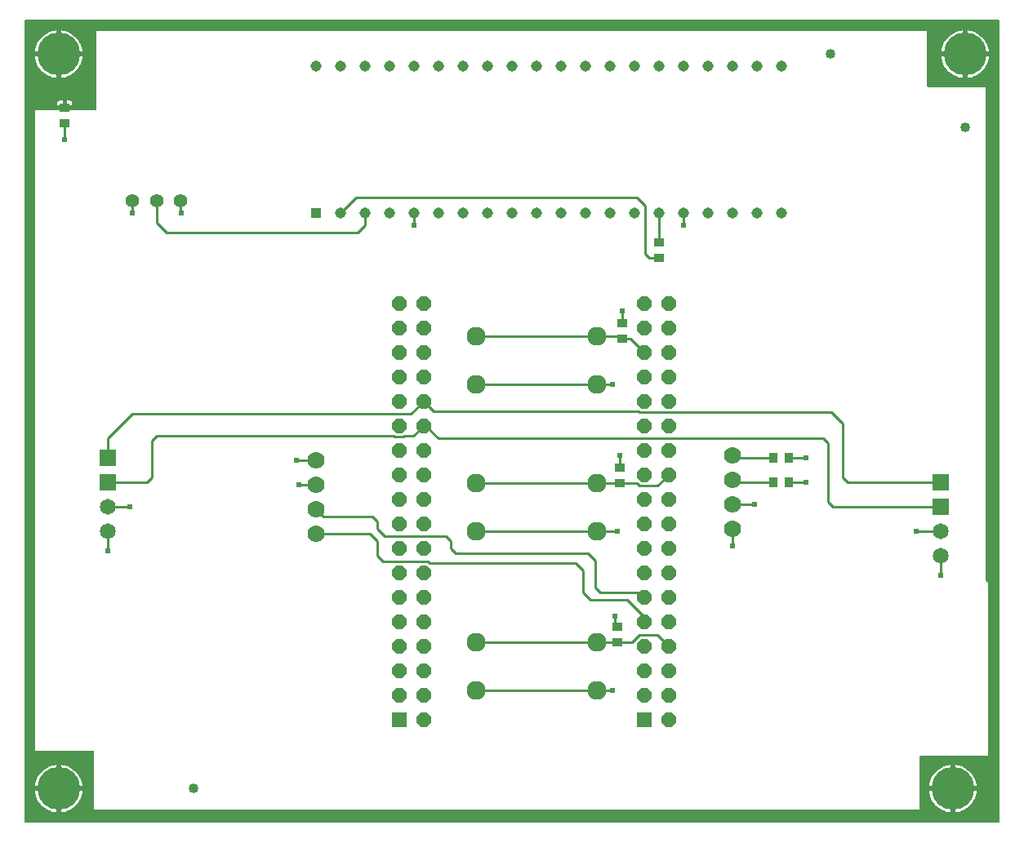
<source format=gbr>
G04 EAGLE Gerber RS-274X export*
G75*
%MOMM*%
%FSLAX34Y34*%
%LPD*%
%INTop Copper*%
%IPPOS*%
%AMOC8*
5,1,8,0,0,1.08239X$1,22.5*%
G01*
%ADD10R,1.524000X1.524000*%
%ADD11P,1.649562X8X112.500000*%
%ADD12C,1.778000*%
%ADD13R,1.140000X1.140000*%
%ADD14C,1.140000*%
%ADD15C,1.960000*%
%ADD16C,1.400000*%
%ADD17R,1.031241X0.949959*%
%ADD18R,0.949959X1.031241*%
%ADD19R,1.651000X1.651000*%
%ADD20C,1.651000*%
%ADD21C,1.016000*%
%ADD22C,4.445000*%
%ADD23C,0.254000*%
%ADD24C,0.609600*%

G36*
X1013444Y834508D02*
X1013444Y834508D01*
X1013437Y834627D01*
X1013424Y834665D01*
X1013419Y834706D01*
X1013376Y834816D01*
X1013339Y834929D01*
X1013317Y834964D01*
X1013302Y835001D01*
X1013233Y835097D01*
X1013169Y835198D01*
X1013139Y835226D01*
X1013116Y835259D01*
X1013024Y835335D01*
X1012937Y835416D01*
X1012902Y835436D01*
X1012871Y835461D01*
X1012763Y835512D01*
X1012659Y835570D01*
X1012619Y835580D01*
X1012583Y835597D01*
X1012466Y835619D01*
X1012351Y835649D01*
X1012291Y835653D01*
X1012271Y835657D01*
X1012250Y835655D01*
X1012190Y835659D01*
X3810Y835659D01*
X3692Y835644D01*
X3573Y835637D01*
X3535Y835624D01*
X3494Y835619D01*
X3384Y835576D01*
X3271Y835539D01*
X3236Y835517D01*
X3199Y835502D01*
X3103Y835433D01*
X3002Y835369D01*
X2974Y835339D01*
X2941Y835316D01*
X2865Y835224D01*
X2784Y835137D01*
X2764Y835102D01*
X2739Y835071D01*
X2688Y834963D01*
X2630Y834859D01*
X2620Y834819D01*
X2603Y834783D01*
X2581Y834666D01*
X2551Y834551D01*
X2547Y834491D01*
X2543Y834471D01*
X2545Y834450D01*
X2541Y834390D01*
X2541Y3810D01*
X2556Y3692D01*
X2563Y3573D01*
X2576Y3535D01*
X2581Y3494D01*
X2624Y3384D01*
X2661Y3271D01*
X2683Y3236D01*
X2698Y3199D01*
X2767Y3103D01*
X2831Y3002D01*
X2861Y2974D01*
X2884Y2941D01*
X2976Y2865D01*
X3063Y2784D01*
X3098Y2764D01*
X3129Y2739D01*
X3237Y2688D01*
X3341Y2630D01*
X3381Y2620D01*
X3417Y2603D01*
X3534Y2581D01*
X3649Y2551D01*
X3709Y2547D01*
X3729Y2543D01*
X3750Y2545D01*
X3810Y2541D01*
X1012190Y2541D01*
X1012308Y2556D01*
X1012427Y2563D01*
X1012465Y2576D01*
X1012506Y2581D01*
X1012616Y2624D01*
X1012729Y2661D01*
X1012764Y2683D01*
X1012801Y2698D01*
X1012897Y2767D01*
X1012998Y2831D01*
X1013026Y2861D01*
X1013059Y2884D01*
X1013135Y2976D01*
X1013216Y3063D01*
X1013236Y3098D01*
X1013261Y3129D01*
X1013312Y3237D01*
X1013370Y3341D01*
X1013380Y3381D01*
X1013397Y3417D01*
X1013419Y3534D01*
X1013449Y3649D01*
X1013453Y3709D01*
X1013457Y3729D01*
X1013455Y3750D01*
X1013459Y3810D01*
X1013459Y834390D01*
X1013444Y834508D01*
G37*
%LPC*%
G36*
X35484Y741681D02*
X35484Y741681D01*
X35602Y741696D01*
X35721Y741703D01*
X35759Y741716D01*
X35799Y741721D01*
X35910Y741764D01*
X36023Y741801D01*
X36057Y741823D01*
X36095Y741838D01*
X36191Y741908D01*
X36292Y741971D01*
X36320Y742001D01*
X36352Y742024D01*
X36428Y742116D01*
X36510Y742203D01*
X36523Y742227D01*
X43345Y742227D01*
X43463Y742242D01*
X43582Y742249D01*
X43620Y742262D01*
X43660Y742267D01*
X43771Y742311D01*
X43884Y742347D01*
X43919Y742369D01*
X43956Y742384D01*
X44052Y742454D01*
X44153Y742517D01*
X44181Y742547D01*
X44213Y742571D01*
X44289Y742662D01*
X44371Y742749D01*
X44390Y742784D01*
X44416Y742816D01*
X44446Y742880D01*
X44513Y742789D01*
X44576Y742688D01*
X44606Y742660D01*
X44630Y742628D01*
X44721Y742552D01*
X44808Y742470D01*
X44843Y742451D01*
X44875Y742425D01*
X44982Y742374D01*
X45086Y742317D01*
X45126Y742306D01*
X45162Y742289D01*
X45279Y742267D01*
X45394Y742237D01*
X45455Y742233D01*
X45475Y742229D01*
X45495Y742231D01*
X45555Y742227D01*
X52384Y742227D01*
X52437Y742142D01*
X52467Y742114D01*
X52491Y742081D01*
X52582Y742006D01*
X52669Y741924D01*
X52704Y741904D01*
X52736Y741879D01*
X52843Y741828D01*
X52948Y741770D01*
X52987Y741760D01*
X53023Y741743D01*
X53140Y741721D01*
X53255Y741691D01*
X53316Y741687D01*
X53336Y741683D01*
X53356Y741685D01*
X53416Y741681D01*
X76200Y741681D01*
X76318Y741696D01*
X76437Y741703D01*
X76475Y741716D01*
X76516Y741721D01*
X76626Y741764D01*
X76739Y741801D01*
X76774Y741823D01*
X76811Y741838D01*
X76907Y741908D01*
X77008Y741971D01*
X77036Y742001D01*
X77069Y742024D01*
X77145Y742116D01*
X77226Y742203D01*
X77246Y742238D01*
X77271Y742269D01*
X77322Y742377D01*
X77380Y742481D01*
X77390Y742521D01*
X77407Y742557D01*
X77429Y742674D01*
X77459Y742789D01*
X77463Y742850D01*
X77467Y742870D01*
X77465Y742890D01*
X77469Y742950D01*
X77469Y824231D01*
X938531Y824231D01*
X938531Y767080D01*
X938546Y766962D01*
X938553Y766843D01*
X938566Y766805D01*
X938571Y766764D01*
X938614Y766654D01*
X938651Y766541D01*
X938673Y766506D01*
X938688Y766469D01*
X938758Y766373D01*
X938821Y766272D01*
X938851Y766244D01*
X938874Y766211D01*
X938966Y766136D01*
X939053Y766054D01*
X939088Y766034D01*
X939119Y766009D01*
X939227Y765958D01*
X939331Y765900D01*
X939371Y765890D01*
X939407Y765873D01*
X939524Y765851D01*
X939639Y765821D01*
X939700Y765817D01*
X939720Y765813D01*
X939740Y765815D01*
X939800Y765811D01*
X999491Y765811D01*
X999491Y254000D01*
X999503Y253902D01*
X999506Y253803D01*
X999514Y253777D01*
X999515Y253762D01*
X999525Y253730D01*
X999531Y253684D01*
X999567Y253592D01*
X999595Y253497D01*
X999607Y253476D01*
X999613Y253459D01*
X999632Y253429D01*
X999648Y253389D01*
X999706Y253309D01*
X999756Y253223D01*
X999777Y253200D01*
X999783Y253190D01*
X999797Y253177D01*
X999822Y253148D01*
X999834Y253131D01*
X999844Y253124D01*
X999863Y253103D01*
X1002031Y250934D01*
X1002031Y72389D01*
X932180Y72389D01*
X932062Y72374D01*
X931943Y72367D01*
X931905Y72354D01*
X931864Y72349D01*
X931754Y72306D01*
X931641Y72269D01*
X931606Y72247D01*
X931569Y72232D01*
X931473Y72163D01*
X931372Y72099D01*
X931344Y72069D01*
X931311Y72046D01*
X931236Y71954D01*
X931154Y71867D01*
X931134Y71832D01*
X931109Y71801D01*
X931058Y71693D01*
X931000Y71589D01*
X930990Y71549D01*
X930973Y71513D01*
X930951Y71396D01*
X930921Y71281D01*
X930917Y71221D01*
X930913Y71201D01*
X930915Y71180D01*
X930913Y71161D01*
X930911Y71120D01*
X930911Y16509D01*
X74929Y16509D01*
X74929Y76200D01*
X74914Y76318D01*
X74907Y76437D01*
X74894Y76475D01*
X74889Y76516D01*
X74846Y76626D01*
X74809Y76739D01*
X74787Y76774D01*
X74772Y76811D01*
X74703Y76907D01*
X74639Y77008D01*
X74609Y77036D01*
X74586Y77069D01*
X74494Y77145D01*
X74407Y77226D01*
X74372Y77246D01*
X74341Y77271D01*
X74233Y77322D01*
X74129Y77380D01*
X74089Y77390D01*
X74053Y77407D01*
X73936Y77429D01*
X73821Y77459D01*
X73761Y77463D01*
X73741Y77467D01*
X73720Y77465D01*
X73660Y77469D01*
X13969Y77469D01*
X13969Y741681D01*
X35484Y741681D01*
G37*
%LPD*%
%LPC*%
G36*
X980439Y802639D02*
X980439Y802639D01*
X980439Y824736D01*
X982055Y824554D01*
X984767Y823935D01*
X987392Y823017D01*
X989899Y821810D01*
X992254Y820330D01*
X994429Y818595D01*
X996395Y816629D01*
X998130Y814454D01*
X999610Y812099D01*
X1000817Y809592D01*
X1001735Y806967D01*
X1002354Y804255D01*
X1002536Y802639D01*
X980439Y802639D01*
G37*
%LPD*%
%LPC*%
G36*
X40639Y802639D02*
X40639Y802639D01*
X40639Y824736D01*
X42255Y824554D01*
X44967Y823935D01*
X47592Y823017D01*
X50099Y821810D01*
X52454Y820330D01*
X54629Y818595D01*
X56595Y816629D01*
X58330Y814454D01*
X59810Y812099D01*
X61017Y809592D01*
X61935Y806967D01*
X62554Y804255D01*
X62736Y802639D01*
X40639Y802639D01*
G37*
%LPD*%
%LPC*%
G36*
X967739Y40639D02*
X967739Y40639D01*
X967739Y62736D01*
X969355Y62554D01*
X972067Y61935D01*
X974692Y61017D01*
X977199Y59810D01*
X979554Y58330D01*
X981729Y56595D01*
X983695Y54629D01*
X985430Y52454D01*
X986910Y50099D01*
X988117Y47592D01*
X989035Y44967D01*
X989654Y42255D01*
X989836Y40639D01*
X967739Y40639D01*
G37*
%LPD*%
%LPC*%
G36*
X40639Y40639D02*
X40639Y40639D01*
X40639Y62736D01*
X42255Y62554D01*
X44967Y61935D01*
X47592Y61017D01*
X50099Y59810D01*
X52454Y58330D01*
X54629Y56595D01*
X56595Y54629D01*
X58330Y52454D01*
X59810Y50099D01*
X61017Y47592D01*
X61935Y44967D01*
X62554Y42255D01*
X62736Y40639D01*
X40639Y40639D01*
G37*
%LPD*%
%LPC*%
G36*
X953264Y802639D02*
X953264Y802639D01*
X953446Y804255D01*
X954065Y806967D01*
X954983Y809592D01*
X956190Y812099D01*
X957670Y814454D01*
X959405Y816629D01*
X961371Y818595D01*
X963546Y820330D01*
X965901Y821810D01*
X968408Y823017D01*
X971033Y823935D01*
X973745Y824554D01*
X975361Y824736D01*
X975361Y802639D01*
X953264Y802639D01*
G37*
%LPD*%
%LPC*%
G36*
X13464Y802639D02*
X13464Y802639D01*
X13646Y804255D01*
X14265Y806967D01*
X15183Y809592D01*
X16390Y812099D01*
X17870Y814454D01*
X19605Y816629D01*
X21571Y818595D01*
X23746Y820330D01*
X26101Y821810D01*
X28608Y823017D01*
X31233Y823935D01*
X33945Y824554D01*
X35561Y824736D01*
X35561Y802639D01*
X13464Y802639D01*
G37*
%LPD*%
%LPC*%
G36*
X980439Y797561D02*
X980439Y797561D01*
X1002536Y797561D01*
X1002354Y795945D01*
X1001735Y793233D01*
X1000817Y790608D01*
X999610Y788101D01*
X998130Y785746D01*
X996395Y783571D01*
X994429Y781605D01*
X992254Y779870D01*
X989899Y778390D01*
X987392Y777183D01*
X984767Y776265D01*
X982055Y775646D01*
X980439Y775464D01*
X980439Y797561D01*
G37*
%LPD*%
%LPC*%
G36*
X40639Y797561D02*
X40639Y797561D01*
X62736Y797561D01*
X62554Y795945D01*
X61935Y793233D01*
X61017Y790608D01*
X59810Y788101D01*
X58330Y785746D01*
X56595Y783571D01*
X54629Y781605D01*
X52454Y779870D01*
X50099Y778390D01*
X47592Y777183D01*
X44967Y776265D01*
X42255Y775646D01*
X40639Y775464D01*
X40639Y797561D01*
G37*
%LPD*%
%LPC*%
G36*
X940564Y40639D02*
X940564Y40639D01*
X940746Y42255D01*
X941365Y44967D01*
X942283Y47592D01*
X943490Y50099D01*
X944970Y52454D01*
X946705Y54629D01*
X948671Y56595D01*
X950846Y58330D01*
X953201Y59810D01*
X955708Y61017D01*
X958333Y61935D01*
X961045Y62554D01*
X962661Y62736D01*
X962661Y40639D01*
X940564Y40639D01*
G37*
%LPD*%
%LPC*%
G36*
X13464Y40639D02*
X13464Y40639D01*
X13646Y42255D01*
X14265Y44967D01*
X15183Y47592D01*
X16390Y50099D01*
X17870Y52454D01*
X19605Y54629D01*
X21571Y56595D01*
X23746Y58330D01*
X26101Y59810D01*
X28608Y61017D01*
X31233Y61935D01*
X33945Y62554D01*
X35561Y62736D01*
X35561Y40639D01*
X13464Y40639D01*
G37*
%LPD*%
%LPC*%
G36*
X40639Y35561D02*
X40639Y35561D01*
X62736Y35561D01*
X62554Y33945D01*
X61935Y31233D01*
X61017Y28608D01*
X59810Y26101D01*
X58330Y23746D01*
X56595Y21571D01*
X54629Y19605D01*
X52454Y17870D01*
X50099Y16390D01*
X47592Y15183D01*
X44967Y14265D01*
X42255Y13646D01*
X40639Y13464D01*
X40639Y35561D01*
G37*
%LPD*%
%LPC*%
G36*
X967739Y35561D02*
X967739Y35561D01*
X989836Y35561D01*
X989654Y33945D01*
X989035Y31233D01*
X988117Y28608D01*
X986910Y26101D01*
X985430Y23746D01*
X983695Y21571D01*
X981729Y19605D01*
X979554Y17870D01*
X977199Y16390D01*
X974692Y15183D01*
X972067Y14265D01*
X969355Y13646D01*
X967739Y13464D01*
X967739Y35561D01*
G37*
%LPD*%
%LPC*%
G36*
X973745Y775646D02*
X973745Y775646D01*
X971033Y776265D01*
X968408Y777183D01*
X965901Y778390D01*
X963546Y779870D01*
X961371Y781605D01*
X959405Y783571D01*
X957670Y785746D01*
X956190Y788101D01*
X954983Y790608D01*
X954065Y793233D01*
X953446Y795945D01*
X953264Y797561D01*
X975361Y797561D01*
X975361Y775464D01*
X973745Y775646D01*
G37*
%LPD*%
%LPC*%
G36*
X33945Y775646D02*
X33945Y775646D01*
X31233Y776265D01*
X28608Y777183D01*
X26101Y778390D01*
X23746Y779870D01*
X21571Y781605D01*
X19605Y783571D01*
X17870Y785746D01*
X16390Y788101D01*
X15183Y790608D01*
X14265Y793233D01*
X13646Y795945D01*
X13464Y797561D01*
X35561Y797561D01*
X35561Y775464D01*
X33945Y775646D01*
G37*
%LPD*%
%LPC*%
G36*
X33945Y13646D02*
X33945Y13646D01*
X31233Y14265D01*
X28608Y15183D01*
X26101Y16390D01*
X23746Y17870D01*
X21571Y19605D01*
X19605Y21571D01*
X17870Y23746D01*
X16390Y26101D01*
X15183Y28608D01*
X14265Y31233D01*
X13646Y33945D01*
X13464Y35561D01*
X35561Y35561D01*
X35561Y13464D01*
X33945Y13646D01*
G37*
%LPD*%
%LPC*%
G36*
X961045Y13646D02*
X961045Y13646D01*
X958333Y14265D01*
X955708Y15183D01*
X953201Y16390D01*
X950846Y17870D01*
X948671Y19605D01*
X946705Y21571D01*
X944970Y23746D01*
X943490Y26101D01*
X942283Y28608D01*
X941365Y31233D01*
X940746Y33945D01*
X940564Y35561D01*
X962661Y35561D01*
X962661Y13464D01*
X961045Y13646D01*
G37*
%LPD*%
%LPC*%
G36*
X46824Y746975D02*
X46824Y746975D01*
X46824Y751891D01*
X49941Y751892D01*
X50587Y751718D01*
X51166Y751384D01*
X51639Y750911D01*
X51974Y750332D01*
X52147Y749685D01*
X52147Y746975D01*
X46824Y746975D01*
G37*
%LPD*%
%LPC*%
G36*
X36753Y746975D02*
X36753Y746975D01*
X36753Y749685D01*
X36926Y750332D01*
X37261Y750911D01*
X37734Y751384D01*
X38313Y751718D01*
X38959Y751892D01*
X42076Y751892D01*
X42076Y746975D01*
X36753Y746975D01*
G37*
%LPD*%
%LPC*%
G36*
X38099Y800099D02*
X38099Y800099D01*
X38099Y800101D01*
X38101Y800101D01*
X38101Y800099D01*
X38099Y800099D01*
G37*
%LPD*%
%LPC*%
G36*
X977899Y800099D02*
X977899Y800099D01*
X977899Y800101D01*
X977901Y800101D01*
X977901Y800099D01*
X977899Y800099D01*
G37*
%LPD*%
%LPC*%
G36*
X38099Y38099D02*
X38099Y38099D01*
X38099Y38101D01*
X38101Y38101D01*
X38101Y38099D01*
X38099Y38099D01*
G37*
%LPD*%
%LPC*%
G36*
X965199Y38099D02*
X965199Y38099D01*
X965199Y38101D01*
X965201Y38101D01*
X965201Y38099D01*
X965199Y38099D01*
G37*
%LPD*%
D10*
X390900Y109900D03*
D11*
X416300Y109900D03*
X390900Y135300D03*
X416300Y135300D03*
X390900Y160700D03*
X416300Y160700D03*
X390900Y186100D03*
X416300Y186100D03*
X390900Y211500D03*
X416300Y211500D03*
X390900Y236900D03*
X416300Y236900D03*
X390900Y262300D03*
X416300Y262300D03*
X390900Y287700D03*
X416300Y287700D03*
X390900Y313100D03*
X416300Y313100D03*
X390900Y338500D03*
X416300Y338500D03*
X390900Y363900D03*
X416300Y363900D03*
X390900Y389300D03*
X416300Y389300D03*
X390900Y414700D03*
X416300Y414700D03*
X390900Y440100D03*
X416300Y440100D03*
X390900Y465500D03*
X416300Y465500D03*
X390900Y490900D03*
X416300Y490900D03*
X390900Y516300D03*
X416300Y516300D03*
X390900Y541700D03*
X416300Y541700D03*
D10*
X644900Y109900D03*
D11*
X670300Y109900D03*
X644900Y135300D03*
X670300Y135300D03*
X644900Y160700D03*
X670300Y160700D03*
X644900Y186100D03*
X670300Y186100D03*
X644900Y211500D03*
X670300Y211500D03*
X644900Y236900D03*
X670300Y236900D03*
X644900Y262300D03*
X670300Y262300D03*
X644900Y287700D03*
X670300Y287700D03*
X644900Y313100D03*
X670300Y313100D03*
X644900Y338500D03*
X670300Y338500D03*
X644900Y363900D03*
X670300Y363900D03*
X644900Y389300D03*
X670300Y389300D03*
X644900Y414700D03*
X670300Y414700D03*
X644900Y440100D03*
X670300Y440100D03*
X644900Y465500D03*
X670300Y465500D03*
X644900Y490900D03*
X670300Y490900D03*
X644900Y516300D03*
X670300Y516300D03*
X644900Y541700D03*
X670300Y541700D03*
D12*
X304800Y302260D03*
X304800Y327660D03*
X304800Y353060D03*
X304800Y378460D03*
D13*
X304800Y635000D03*
D14*
X330200Y635000D03*
X355600Y635000D03*
X381000Y635000D03*
X406400Y635000D03*
X431800Y635000D03*
X457200Y635000D03*
X482600Y635000D03*
X508000Y635000D03*
X533400Y635000D03*
X558800Y635000D03*
X584200Y635000D03*
X609600Y635000D03*
X635000Y635000D03*
X660400Y635000D03*
X685800Y635000D03*
X711200Y635000D03*
X736600Y635000D03*
X762000Y635000D03*
X787400Y635000D03*
X787400Y787400D03*
X762000Y787400D03*
X736600Y787400D03*
X711200Y787400D03*
X685800Y787400D03*
X660400Y787400D03*
X635000Y787400D03*
X609600Y787400D03*
X584200Y787400D03*
X558800Y787400D03*
X533400Y787400D03*
X508000Y787400D03*
X482600Y787400D03*
X457200Y787400D03*
X431800Y787400D03*
X406400Y787400D03*
X381000Y787400D03*
X355600Y787400D03*
X330200Y787400D03*
X304800Y787400D03*
D15*
X595900Y190100D03*
X595900Y140100D03*
X470900Y140100D03*
X470900Y190100D03*
X595900Y355200D03*
X595900Y305200D03*
X470900Y305200D03*
X470900Y355200D03*
X595900Y507600D03*
X595900Y457600D03*
X470900Y457600D03*
X470900Y507600D03*
D16*
X114700Y647700D03*
X139700Y647700D03*
X164700Y647700D03*
D17*
X619760Y355219D03*
X619760Y371221D03*
X622300Y505079D03*
X622300Y521081D03*
X617220Y190119D03*
X617220Y206121D03*
D18*
X779399Y355600D03*
X795401Y355600D03*
X779399Y381000D03*
X795401Y381000D03*
D12*
X736600Y383540D03*
X736600Y358140D03*
X736600Y332740D03*
X736600Y307340D03*
D17*
X660400Y588899D03*
X660400Y604901D03*
D19*
X952500Y355600D03*
X952500Y330200D03*
D20*
X952500Y304800D03*
X952500Y279400D03*
D19*
X88900Y381000D03*
X88900Y355600D03*
D20*
X88900Y330200D03*
X88900Y304800D03*
D21*
X977900Y723900D03*
X838200Y800100D03*
X177800Y38100D03*
D22*
X38100Y800100D03*
X38100Y38100D03*
X977900Y800100D03*
X965200Y38100D03*
D17*
X44450Y728599D03*
X44450Y744601D03*
D23*
X287020Y353060D02*
X304800Y353060D01*
D24*
X287020Y353060D03*
D23*
X111760Y330200D02*
X88900Y330200D01*
D24*
X111760Y330200D03*
D23*
X595900Y305200D02*
X616820Y305200D01*
X617220Y304800D01*
D24*
X617220Y304800D03*
D23*
X611740Y140100D02*
X595900Y140100D01*
X611740Y140100D02*
X612140Y139700D01*
D24*
X612140Y139700D03*
D23*
X595900Y305200D02*
X470900Y305200D01*
X470900Y140100D02*
X595900Y140100D01*
X595900Y457600D02*
X611740Y457600D01*
X612140Y457200D01*
D24*
X612140Y457200D03*
D23*
X595900Y457600D02*
X470900Y457600D01*
X927100Y304800D02*
X952500Y304800D01*
D24*
X927100Y304800D03*
D23*
X759460Y332740D02*
X736600Y332740D01*
D24*
X759460Y332740D03*
D23*
X406400Y622300D02*
X406400Y635000D01*
D24*
X406400Y622300D03*
D23*
X164700Y635400D02*
X164700Y647700D01*
X164700Y635400D02*
X165100Y635000D01*
D24*
X165100Y635000D03*
X44450Y711200D03*
D23*
X685800Y635000D02*
X685800Y622300D01*
D24*
X685800Y622300D03*
D23*
X44450Y711200D02*
X44450Y728599D01*
X330200Y635000D02*
X346710Y651510D01*
X637540Y651510D02*
X646430Y642620D01*
X637540Y651510D02*
X346710Y651510D01*
X650621Y588899D02*
X660400Y588899D01*
X650621Y588899D02*
X646430Y593090D01*
X646430Y642620D01*
X795401Y355600D02*
X812800Y355600D01*
D24*
X812800Y355600D03*
D23*
X812800Y381000D02*
X795401Y381000D01*
D24*
X812800Y381000D03*
D23*
X622300Y521081D02*
X622300Y533400D01*
D24*
X622300Y533400D03*
D23*
X619760Y383540D02*
X619760Y371221D01*
D24*
X619760Y383540D03*
D23*
X614680Y208661D02*
X617220Y206121D01*
X614680Y208661D02*
X614680Y217170D01*
D24*
X614680Y217170D03*
D23*
X736600Y289560D02*
X736600Y307340D01*
D24*
X736600Y289560D03*
D23*
X304800Y378460D02*
X284480Y378460D01*
D24*
X284480Y378460D03*
D23*
X88900Y304800D02*
X88900Y284480D01*
D24*
X88900Y284480D03*
D23*
X952500Y279400D02*
X952500Y259080D01*
D24*
X952500Y259080D03*
D23*
X114700Y635400D02*
X114700Y647700D01*
X114700Y635400D02*
X114300Y635000D01*
D24*
X114300Y635000D03*
D23*
X470900Y507600D02*
X594360Y507600D01*
X595900Y507600D01*
X622300Y505079D02*
X630721Y505079D01*
X644900Y490900D01*
X622300Y505079D02*
X619779Y507600D01*
X595900Y507600D01*
X595900Y190100D02*
X470900Y190100D01*
X632736Y190100D02*
X640166Y197530D01*
X658870Y197530D01*
X670300Y186100D01*
X595919Y190119D02*
X595900Y190100D01*
X595919Y190119D02*
X612140Y190119D01*
X617220Y190119D01*
X612159Y190100D02*
X632736Y190100D01*
X612159Y190100D02*
X612140Y190119D01*
X595900Y355200D02*
X470900Y355200D01*
X637436Y355200D02*
X640166Y352470D01*
X658870Y352470D01*
X670300Y363900D01*
X619741Y355200D02*
X595900Y355200D01*
X619741Y355200D02*
X619760Y355219D01*
X619741Y355200D02*
X637436Y355200D01*
X739140Y381000D02*
X779399Y381000D01*
X739140Y381000D02*
X736600Y383540D01*
X360680Y302260D02*
X304800Y302260D01*
X360680Y302260D02*
X368300Y294640D01*
X368300Y279400D01*
X373970Y273730D01*
X421035Y273730D02*
X422985Y271780D01*
X574040Y271780D01*
X421035Y273730D02*
X373970Y273730D01*
X581660Y241300D02*
X589280Y233680D01*
X627380Y233680D01*
X644900Y216160D02*
X644900Y211500D01*
X644900Y216160D02*
X627380Y233680D01*
X581660Y241300D02*
X581660Y264160D01*
X574040Y271780D01*
X736600Y355600D02*
X779399Y355600D01*
X736600Y355600D02*
X736600Y358140D01*
X312420Y320040D02*
X304800Y327660D01*
X312420Y320040D02*
X363220Y320040D01*
X368300Y314960D01*
X368300Y307340D01*
X375920Y299720D02*
X439420Y299720D01*
X444500Y294640D01*
X444500Y287020D02*
X449580Y281940D01*
X640500Y241300D02*
X644900Y236900D01*
X375920Y299720D02*
X368300Y307340D01*
X444500Y294640D02*
X444500Y287020D01*
X449580Y281940D02*
X586740Y281940D01*
X594360Y274320D01*
X594360Y246380D01*
X599440Y241300D01*
X640500Y241300D01*
X139700Y624840D02*
X139700Y647700D01*
X355600Y635000D02*
X355600Y622300D01*
X149860Y614680D02*
X139700Y624840D01*
X149860Y614680D02*
X347980Y614680D01*
X355600Y622300D01*
X660400Y635000D02*
X660400Y604901D01*
X88900Y401320D02*
X88900Y381000D01*
X402920Y426720D02*
X416300Y440100D01*
X114300Y426720D02*
X88900Y401320D01*
X114300Y426720D02*
X402920Y426720D01*
X855980Y355600D02*
X952500Y355600D01*
X855980Y355600D02*
X850900Y360680D01*
X640166Y428670D02*
X639576Y429260D01*
X640166Y428670D02*
X838790Y428670D01*
X850900Y416560D01*
X850900Y360680D01*
X427140Y429260D02*
X416300Y440100D01*
X427140Y429260D02*
X639576Y429260D01*
X129540Y355600D02*
X88900Y355600D01*
X129540Y355600D02*
X134620Y360680D01*
X134620Y398780D02*
X139700Y403860D01*
X385576Y403860D01*
X386166Y403270D01*
X395635Y403270D01*
X396225Y403860D01*
X405460Y403860D02*
X416300Y414700D01*
X134620Y398780D02*
X134620Y360680D01*
X396225Y403860D02*
X405460Y403860D01*
X835660Y335280D02*
X840740Y330200D01*
X835660Y335280D02*
X835660Y396240D01*
X830580Y401320D01*
X418420Y414700D02*
X416300Y414700D01*
X840740Y330200D02*
X952500Y330200D01*
X830580Y401320D02*
X431800Y401320D01*
X418420Y414700D01*
M02*

</source>
